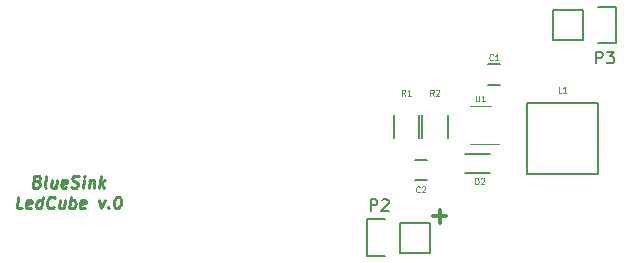
<source format=gbr>
G04 #@! TF.FileFunction,Legend,Top*
%FSLAX46Y46*%
G04 Gerber Fmt 4.6, Leading zero omitted, Abs format (unit mm)*
G04 Created by KiCad (PCBNEW 4.0.4-stable) date 12/28/16 17:41:51*
%MOMM*%
%LPD*%
G01*
G04 APERTURE LIST*
%ADD10C,0.100000*%
%ADD11C,0.250000*%
%ADD12C,0.300000*%
%ADD13C,0.150000*%
%ADD14C,0.120000*%
%ADD15C,0.125000*%
G04 APERTURE END LIST*
D10*
D11*
X91566072Y-104253571D02*
X91702976Y-104301190D01*
X91744643Y-104348810D01*
X91780357Y-104444048D01*
X91762500Y-104586905D01*
X91702976Y-104682143D01*
X91649405Y-104729762D01*
X91548214Y-104777381D01*
X91167261Y-104777381D01*
X91292261Y-103777381D01*
X91625595Y-103777381D01*
X91714881Y-103825000D01*
X91756548Y-103872619D01*
X91792262Y-103967857D01*
X91780357Y-104063095D01*
X91720833Y-104158333D01*
X91667262Y-104205952D01*
X91566072Y-104253571D01*
X91232738Y-104253571D01*
X92310118Y-104777381D02*
X92220833Y-104729762D01*
X92185119Y-104634524D01*
X92292261Y-103777381D01*
X93202977Y-104110714D02*
X93119643Y-104777381D01*
X92774405Y-104110714D02*
X92708929Y-104634524D01*
X92744643Y-104729762D01*
X92833928Y-104777381D01*
X92976786Y-104777381D01*
X93077977Y-104729762D01*
X93131548Y-104682143D01*
X93982739Y-104729762D02*
X93881548Y-104777381D01*
X93691071Y-104777381D01*
X93601786Y-104729762D01*
X93566072Y-104634524D01*
X93613691Y-104253571D01*
X93673214Y-104158333D01*
X93774405Y-104110714D01*
X93964882Y-104110714D01*
X94054167Y-104158333D01*
X94089882Y-104253571D01*
X94077977Y-104348810D01*
X93589881Y-104444048D01*
X94411310Y-104729762D02*
X94548214Y-104777381D01*
X94786310Y-104777381D01*
X94887501Y-104729762D01*
X94941072Y-104682143D01*
X95000596Y-104586905D01*
X95012501Y-104491667D01*
X94976786Y-104396429D01*
X94935120Y-104348810D01*
X94845834Y-104301190D01*
X94661310Y-104253571D01*
X94572024Y-104205952D01*
X94530357Y-104158333D01*
X94494643Y-104063095D01*
X94506548Y-103967857D01*
X94566072Y-103872619D01*
X94619643Y-103825000D01*
X94720833Y-103777381D01*
X94958929Y-103777381D01*
X95095834Y-103825000D01*
X95405357Y-104777381D02*
X95488691Y-104110714D01*
X95530357Y-103777381D02*
X95476786Y-103825000D01*
X95518453Y-103872619D01*
X95572024Y-103825000D01*
X95530357Y-103777381D01*
X95518453Y-103872619D01*
X95964881Y-104110714D02*
X95881547Y-104777381D01*
X95952976Y-104205952D02*
X96006547Y-104158333D01*
X96107738Y-104110714D01*
X96250596Y-104110714D01*
X96339881Y-104158333D01*
X96375596Y-104253571D01*
X96310119Y-104777381D01*
X96786309Y-104777381D02*
X96911309Y-103777381D01*
X96929166Y-104396429D02*
X97167262Y-104777381D01*
X97250596Y-104110714D02*
X96822024Y-104491667D01*
X90262500Y-106527381D02*
X89786309Y-106527381D01*
X89911309Y-105527381D01*
X90982739Y-106479762D02*
X90881548Y-106527381D01*
X90691071Y-106527381D01*
X90601786Y-106479762D01*
X90566072Y-106384524D01*
X90613691Y-106003571D01*
X90673214Y-105908333D01*
X90774405Y-105860714D01*
X90964882Y-105860714D01*
X91054167Y-105908333D01*
X91089882Y-106003571D01*
X91077977Y-106098810D01*
X90589881Y-106194048D01*
X91881548Y-106527381D02*
X92006548Y-105527381D01*
X91887501Y-106479762D02*
X91786310Y-106527381D01*
X91595833Y-106527381D01*
X91506548Y-106479762D01*
X91464881Y-106432143D01*
X91429167Y-106336905D01*
X91464881Y-106051190D01*
X91524405Y-105955952D01*
X91577976Y-105908333D01*
X91679167Y-105860714D01*
X91869644Y-105860714D01*
X91958929Y-105908333D01*
X92941072Y-106432143D02*
X92887501Y-106479762D01*
X92738691Y-106527381D01*
X92643453Y-106527381D01*
X92506548Y-106479762D01*
X92423215Y-106384524D01*
X92387500Y-106289286D01*
X92363691Y-106098810D01*
X92381548Y-105955952D01*
X92452977Y-105765476D01*
X92512500Y-105670238D01*
X92619643Y-105575000D01*
X92768453Y-105527381D01*
X92863691Y-105527381D01*
X93000596Y-105575000D01*
X93042263Y-105622619D01*
X93869644Y-105860714D02*
X93786310Y-106527381D01*
X93441072Y-105860714D02*
X93375596Y-106384524D01*
X93411310Y-106479762D01*
X93500595Y-106527381D01*
X93643453Y-106527381D01*
X93744644Y-106479762D01*
X93798215Y-106432143D01*
X94262500Y-106527381D02*
X94387500Y-105527381D01*
X94339881Y-105908333D02*
X94441072Y-105860714D01*
X94631549Y-105860714D01*
X94720834Y-105908333D01*
X94762501Y-105955952D01*
X94798215Y-106051190D01*
X94762501Y-106336905D01*
X94702977Y-106432143D01*
X94649406Y-106479762D01*
X94548215Y-106527381D01*
X94357738Y-106527381D01*
X94268453Y-106479762D01*
X95554168Y-106479762D02*
X95452977Y-106527381D01*
X95262500Y-106527381D01*
X95173215Y-106479762D01*
X95137501Y-106384524D01*
X95185120Y-106003571D01*
X95244643Y-105908333D01*
X95345834Y-105860714D01*
X95536311Y-105860714D01*
X95625596Y-105908333D01*
X95661311Y-106003571D01*
X95649406Y-106098810D01*
X95161310Y-106194048D01*
X96774406Y-105860714D02*
X96929167Y-106527381D01*
X97250597Y-105860714D01*
X97560120Y-106432143D02*
X97601787Y-106479762D01*
X97548215Y-106527381D01*
X97506549Y-106479762D01*
X97560120Y-106432143D01*
X97548215Y-106527381D01*
X98339881Y-105527381D02*
X98435120Y-105527381D01*
X98524406Y-105575000D01*
X98566073Y-105622619D01*
X98601787Y-105717857D01*
X98625596Y-105908333D01*
X98595834Y-106146429D01*
X98524406Y-106336905D01*
X98464882Y-106432143D01*
X98411311Y-106479762D01*
X98310120Y-106527381D01*
X98214881Y-106527381D01*
X98125596Y-106479762D01*
X98083929Y-106432143D01*
X98048215Y-106336905D01*
X98024405Y-106146429D01*
X98054167Y-105908333D01*
X98125596Y-105717857D01*
X98185120Y-105622619D01*
X98238691Y-105575000D01*
X98339881Y-105527381D01*
D12*
X125028572Y-107207143D02*
X126171429Y-107207143D01*
X125600000Y-107778571D02*
X125600000Y-106635714D01*
D13*
X130700000Y-94350000D02*
X129700000Y-94350000D01*
X129700000Y-96050000D02*
X130700000Y-96050000D01*
X123500000Y-104100000D02*
X124500000Y-104100000D01*
X124500000Y-102400000D02*
X123500000Y-102400000D01*
X127750000Y-103550000D02*
X129850000Y-103550000D01*
X127750000Y-101950000D02*
X129850000Y-101950000D01*
X133000000Y-97600000D02*
X139000000Y-97600000D01*
X133000000Y-103600000D02*
X133000000Y-97600000D01*
X139000000Y-103600000D02*
X133000000Y-103600000D01*
X139000000Y-97600000D02*
X139000000Y-103600000D01*
D14*
X129950000Y-97874286D02*
X128150000Y-97874286D01*
X128150000Y-101094286D02*
X130600000Y-101094286D01*
D13*
X119450000Y-110550000D02*
X121000000Y-110550000D01*
X124810000Y-110270000D02*
X122270000Y-110270000D01*
X122270000Y-110270000D02*
X122270000Y-107730000D01*
X121000000Y-107450000D02*
X119450000Y-107450000D01*
X119450000Y-107450000D02*
X119450000Y-110550000D01*
X122270000Y-107730000D02*
X124810000Y-107730000D01*
X124810000Y-107730000D02*
X124810000Y-110270000D01*
X140550000Y-89450000D02*
X139000000Y-89450000D01*
X135190000Y-89730000D02*
X137730000Y-89730000D01*
X137730000Y-89730000D02*
X137730000Y-92270000D01*
X139000000Y-92550000D02*
X140550000Y-92550000D01*
X140550000Y-92550000D02*
X140550000Y-89450000D01*
X137730000Y-92270000D02*
X135190000Y-92270000D01*
X135190000Y-92270000D02*
X135190000Y-89730000D01*
X123875000Y-98600000D02*
X123875000Y-100600000D01*
X121725000Y-100600000D02*
X121725000Y-98600000D01*
X126275000Y-98600000D02*
X126275000Y-100600000D01*
X124125000Y-100600000D02*
X124125000Y-98600000D01*
D15*
X130116667Y-93928571D02*
X130092857Y-93952381D01*
X130021429Y-93976190D01*
X129973810Y-93976190D01*
X129902381Y-93952381D01*
X129854762Y-93904762D01*
X129830953Y-93857143D01*
X129807143Y-93761905D01*
X129807143Y-93690476D01*
X129830953Y-93595238D01*
X129854762Y-93547619D01*
X129902381Y-93500000D01*
X129973810Y-93476190D01*
X130021429Y-93476190D01*
X130092857Y-93500000D01*
X130116667Y-93523810D01*
X130592857Y-93976190D02*
X130307143Y-93976190D01*
X130450000Y-93976190D02*
X130450000Y-93476190D01*
X130402381Y-93547619D01*
X130354762Y-93595238D01*
X130307143Y-93619048D01*
X123916667Y-105128571D02*
X123892857Y-105152381D01*
X123821429Y-105176190D01*
X123773810Y-105176190D01*
X123702381Y-105152381D01*
X123654762Y-105104762D01*
X123630953Y-105057143D01*
X123607143Y-104961905D01*
X123607143Y-104890476D01*
X123630953Y-104795238D01*
X123654762Y-104747619D01*
X123702381Y-104700000D01*
X123773810Y-104676190D01*
X123821429Y-104676190D01*
X123892857Y-104700000D01*
X123916667Y-104723810D01*
X124107143Y-104723810D02*
X124130953Y-104700000D01*
X124178572Y-104676190D01*
X124297619Y-104676190D01*
X124345238Y-104700000D01*
X124369048Y-104723810D01*
X124392857Y-104771429D01*
X124392857Y-104819048D01*
X124369048Y-104890476D01*
X124083334Y-105176190D01*
X124392857Y-105176190D01*
X128630953Y-104476190D02*
X128630953Y-103976190D01*
X128750000Y-103976190D01*
X128821429Y-104000000D01*
X128869048Y-104047619D01*
X128892857Y-104095238D01*
X128916667Y-104190476D01*
X128916667Y-104261905D01*
X128892857Y-104357143D01*
X128869048Y-104404762D01*
X128821429Y-104452381D01*
X128750000Y-104476190D01*
X128630953Y-104476190D01*
X129107143Y-104023810D02*
X129130953Y-104000000D01*
X129178572Y-103976190D01*
X129297619Y-103976190D01*
X129345238Y-104000000D01*
X129369048Y-104023810D01*
X129392857Y-104071429D01*
X129392857Y-104119048D01*
X129369048Y-104190476D01*
X129083334Y-104476190D01*
X129392857Y-104476190D01*
X135916667Y-96726190D02*
X135678572Y-96726190D01*
X135678572Y-96226190D01*
X136345238Y-96726190D02*
X136059524Y-96726190D01*
X136202381Y-96726190D02*
X136202381Y-96226190D01*
X136154762Y-96297619D01*
X136107143Y-96345238D01*
X136059524Y-96369048D01*
X128669048Y-96976190D02*
X128669048Y-97380952D01*
X128692857Y-97428571D01*
X128716667Y-97452381D01*
X128764286Y-97476190D01*
X128859524Y-97476190D01*
X128907143Y-97452381D01*
X128930952Y-97428571D01*
X128954762Y-97380952D01*
X128954762Y-96976190D01*
X129454762Y-97476190D02*
X129169048Y-97476190D01*
X129311905Y-97476190D02*
X129311905Y-96976190D01*
X129264286Y-97047619D01*
X129216667Y-97095238D01*
X129169048Y-97119048D01*
D13*
X119761905Y-106752381D02*
X119761905Y-105752381D01*
X120142858Y-105752381D01*
X120238096Y-105800000D01*
X120285715Y-105847619D01*
X120333334Y-105942857D01*
X120333334Y-106085714D01*
X120285715Y-106180952D01*
X120238096Y-106228571D01*
X120142858Y-106276190D01*
X119761905Y-106276190D01*
X120714286Y-105847619D02*
X120761905Y-105800000D01*
X120857143Y-105752381D01*
X121095239Y-105752381D01*
X121190477Y-105800000D01*
X121238096Y-105847619D01*
X121285715Y-105942857D01*
X121285715Y-106038095D01*
X121238096Y-106180952D01*
X120666667Y-106752381D01*
X121285715Y-106752381D01*
X138861905Y-94252381D02*
X138861905Y-93252381D01*
X139242858Y-93252381D01*
X139338096Y-93300000D01*
X139385715Y-93347619D01*
X139433334Y-93442857D01*
X139433334Y-93585714D01*
X139385715Y-93680952D01*
X139338096Y-93728571D01*
X139242858Y-93776190D01*
X138861905Y-93776190D01*
X139766667Y-93252381D02*
X140385715Y-93252381D01*
X140052381Y-93633333D01*
X140195239Y-93633333D01*
X140290477Y-93680952D01*
X140338096Y-93728571D01*
X140385715Y-93823810D01*
X140385715Y-94061905D01*
X140338096Y-94157143D01*
X140290477Y-94204762D01*
X140195239Y-94252381D01*
X139909524Y-94252381D01*
X139814286Y-94204762D01*
X139766667Y-94157143D01*
D15*
X122716667Y-96976190D02*
X122550000Y-96738095D01*
X122430953Y-96976190D02*
X122430953Y-96476190D01*
X122621429Y-96476190D01*
X122669048Y-96500000D01*
X122692857Y-96523810D01*
X122716667Y-96571429D01*
X122716667Y-96642857D01*
X122692857Y-96690476D01*
X122669048Y-96714286D01*
X122621429Y-96738095D01*
X122430953Y-96738095D01*
X123192857Y-96976190D02*
X122907143Y-96976190D01*
X123050000Y-96976190D02*
X123050000Y-96476190D01*
X123002381Y-96547619D01*
X122954762Y-96595238D01*
X122907143Y-96619048D01*
X125116667Y-96976190D02*
X124950000Y-96738095D01*
X124830953Y-96976190D02*
X124830953Y-96476190D01*
X125021429Y-96476190D01*
X125069048Y-96500000D01*
X125092857Y-96523810D01*
X125116667Y-96571429D01*
X125116667Y-96642857D01*
X125092857Y-96690476D01*
X125069048Y-96714286D01*
X125021429Y-96738095D01*
X124830953Y-96738095D01*
X125307143Y-96523810D02*
X125330953Y-96500000D01*
X125378572Y-96476190D01*
X125497619Y-96476190D01*
X125545238Y-96500000D01*
X125569048Y-96523810D01*
X125592857Y-96571429D01*
X125592857Y-96619048D01*
X125569048Y-96690476D01*
X125283334Y-96976190D01*
X125592857Y-96976190D01*
M02*

</source>
